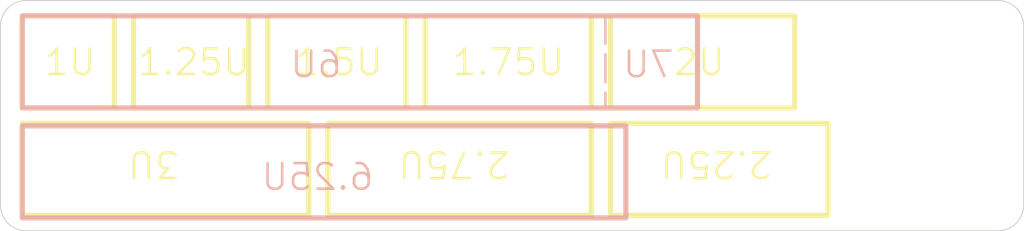
<source format=kicad_pcb>
(kicad_pcb (version 20221018) (generator pcbnew)

  (general
    (thickness 1.6)
  )

  (paper "A4")
  (layers
    (0 "F.Cu" signal)
    (31 "B.Cu" signal)
    (32 "B.Adhes" user "B.Adhesive")
    (33 "F.Adhes" user "F.Adhesive")
    (34 "B.Paste" user)
    (35 "F.Paste" user)
    (36 "B.SilkS" user "B.Silkscreen")
    (37 "F.SilkS" user "F.Silkscreen")
    (38 "B.Mask" user)
    (39 "F.Mask" user)
    (40 "Dwgs.User" user "User.Drawings")
    (41 "Cmts.User" user "User.Comments")
    (42 "Eco1.User" user "User.Eco1")
    (43 "Eco2.User" user "User.Eco2")
    (44 "Edge.Cuts" user)
    (45 "Margin" user)
    (46 "B.CrtYd" user "B.Courtyard")
    (47 "F.CrtYd" user "F.Courtyard")
    (48 "B.Fab" user)
    (49 "F.Fab" user)
    (50 "User.1" user)
    (51 "User.2" user)
    (52 "User.3" user)
    (53 "User.4" user)
    (54 "User.5" user)
    (55 "User.6" user)
    (56 "User.7" user)
    (57 "User.8" user)
    (58 "User.9" user)
  )

  (setup
    (stackup
      (layer "F.SilkS" (type "Top Silk Screen"))
      (layer "F.Paste" (type "Top Solder Paste"))
      (layer "F.Mask" (type "Top Solder Mask") (thickness 0.01))
      (layer "F.Cu" (type "copper") (thickness 0.035))
      (layer "dielectric 1" (type "core") (thickness 1.51) (material "FR4") (epsilon_r 4.5) (loss_tangent 0.02))
      (layer "B.Cu" (type "copper") (thickness 0.035))
      (layer "B.Mask" (type "Bottom Solder Mask") (thickness 0.01))
      (layer "B.Paste" (type "Bottom Solder Paste"))
      (layer "B.SilkS" (type "Bottom Silk Screen"))
      (copper_finish "None")
      (dielectric_constraints no)
    )
    (pad_to_mask_clearance 0)
    (pcbplotparams
      (layerselection 0x00010fc_ffffffff)
      (plot_on_all_layers_selection 0x0000000_00000000)
      (disableapertmacros false)
      (usegerberextensions false)
      (usegerberattributes true)
      (usegerberadvancedattributes true)
      (creategerberjobfile true)
      (dashed_line_dash_ratio 12.000000)
      (dashed_line_gap_ratio 3.000000)
      (svgprecision 4)
      (plotframeref false)
      (viasonmask false)
      (mode 1)
      (useauxorigin false)
      (hpglpennumber 1)
      (hpglpenspeed 20)
      (hpglpendiameter 15.000000)
      (dxfpolygonmode true)
      (dxfimperialunits true)
      (dxfusepcbnewfont true)
      (psnegative false)
      (psa4output false)
      (plotreference true)
      (plotvalue true)
      (plotinvisibletext false)
      (sketchpadsonfab false)
      (subtractmaskfromsilk false)
      (outputformat 1)
      (mirror false)
      (drillshape 1)
      (scaleselection 1)
      (outputdirectory "")
    )
  )

  (net 0 "")

  (gr_rect (start 74.25 63) (end 188.25 81)
    (stroke (width 0.5) (type dash)) (fill none) (layer "B.SilkS") (tstamp 5f7912a3-6083-45ef-bbd7-7e2e3e545959))
  (gr_rect (start 74.25 84.5) (end 192.25 102.5)
    (stroke (width 1) (type solid)) (fill none) (layer "B.SilkS") (tstamp a86d7652-c942-4612-8826-f765cb00257c))
  (gr_rect (start 74.25 63) (end 206.25 81)
    (stroke (width 1) (type solid)) (fill none) (layer "B.SilkS") (tstamp a88d1617-286c-4188-8b2d-2bc4ffa8bff5))
  (gr_rect (start 134 84) (end 185.5 102)
    (stroke (width 1) (type solid)) (fill none) (layer "F.SilkS") (tstamp 142844bd-ef20-498c-8aa6-4e1ec9fb88c8))
  (gr_rect (start 189.25 63) (end 225.25 81)
    (stroke (width 1) (type solid)) (fill none) (layer "F.SilkS") (tstamp 37958632-48ad-404f-80fb-046503d6ef5b))
  (gr_rect (start 96 63) (end 118.5 81)
    (stroke (width 1) (type solid)) (fill none) (layer "F.SilkS") (tstamp 8236244d-b77d-4851-8d77-0bbbecd4409c))
  (gr_rect (start 74.25 63) (end 92.25 81)
    (stroke (width 1) (type solid)) (fill none) (layer "F.SilkS") (tstamp 8910381d-34dd-4234-8f1c-cffeec1fee8e))
  (gr_rect (start 189.25 84) (end 231.75 102)
    (stroke (width 1) (type solid)) (fill none) (layer "F.SilkS") (tstamp d236d7c2-fabd-4377-97a2-f89227eb5ae7))
  (gr_rect (start 122.25 63) (end 149.25 81)
    (stroke (width 1) (type solid)) (fill none) (layer "F.SilkS") (tstamp d7758f6d-b1a3-4fdc-bb5c-87dd13cef51f))
  (gr_rect (start 74.25 84) (end 130.25 102)
    (stroke (width 1) (type solid)) (fill none) (layer "F.SilkS") (tstamp f5183fa0-ee24-451f-8ec1-f397de6ffff5))
  (gr_rect (start 153 63) (end 185.5 81)
    (stroke (width 1) (type solid)) (fill none) (layer "F.SilkS") (tstamp f60c8a5f-044b-48ba-9ca8-0883ebf8fe78))
  (gr_poly
    (pts
      (xy 70.025815 64.48878)
      (xy 70.006506 64.742701)
      (xy 70 65)
      (xy 70 99.999998)
      (xy 70.006506 100.257298)
      (xy 70.025815 100.51122)
      (xy 70.057612 100.761449)
      (xy 70.101583 101.007673)
      (xy 70.157414 101.249577)
      (xy 70.224791 101.486846)
      (xy 70.303399 101.719167)
      (xy 70.392925 101.946225)
      (xy 70.493055 102.167706)
      (xy 70.603474 102.383296)
      (xy 70.723867 102.592681)
      (xy 70.853922 102.795547)
      (xy 70.993323 102.991579)
      (xy 71.141758 103.180463)
      (xy 71.29891 103.361886)
      (xy 71.464467 103.535533)
      (xy 71.638114 103.70109)
      (xy 71.819536 103.858242)
      (xy 72.008421 104.006676)
      (xy 72.204453 104.146077)
      (xy 72.407319 104.276132)
      (xy 72.616704 104.396526)
      (xy 72.832294 104.506944)
      (xy 73.053775 104.607074)
      (xy 73.280833 104.6966)
      (xy 73.513154 104.775208)
      (xy 73.750423 104.842585)
      (xy 73.992326 104.898416)
      (xy 74.23855 104.942387)
      (xy 74.48878 104.974184)
      (xy 74.742701 104.993493)
      (xy 75 104.999998)
      (xy 265.000006 104.999998)
      (xy 265.257306 104.993493)
      (xy 265.511228 104.974184)
      (xy 265.761458 104.942387)
      (xy 266.007682 104.898416)
      (xy 266.249586 104.842585)
      (xy 266.486855 104.775208)
      (xy 266.719176 104.6966)
      (xy 266.946234 104.607074)
      (xy 267.167715 104.506944)
      (xy 267.383305 104.396526)
      (xy 267.59269 104.276132)
      (xy 267.795556 104.146077)
      (xy 267.991588 104.006676)
      (xy 268.180473 103.858242)
      (xy 268.361895 103.70109)
      (xy 268.535542 103.535533)
      (xy 268.701099 103.361886)
      (xy 268.858251 103.180463)
      (xy 269.006685 102.991579)
      (xy 269.146086 102.795547)
      (xy 269.276141 102.592681)
      (xy 269.396534 102.383296)
      (xy 269.506953 102.167706)
      (xy 269.607082 101.946225)
      (xy 269.696608 101.719167)
      (xy 269.775216 101.486846)
      (xy 269.842593 101.249577)
      (xy 269.898424 101.007673)
      (xy 269.942395 100.761449)
      (xy 269.974192 100.51122)
      (xy 269.9935 100.257298)
      (xy 270.000006 99.999998)
      (xy 270.000006 65)
      (xy 269.9935 64.742701)
      (xy 269.974192 64.48878)
      (xy 269.942395 64.23855)
      (xy 269.898424 63.992326)
      (xy 269.842593 63.750423)
      (xy 269.775216 63.513154)
      (xy 269.696608 63.280833)
      (xy 269.607082 63.053775)
      (xy 269.506953 62.832294)
      (xy 269.396534 62.616704)
      (xy 269.276141 62.407319)
      (xy 269.146086 62.204453)
      (xy 269.006685 62.008421)
      (xy 268.858251 61.819536)
      (xy 268.701099 61.638114)
      (xy 268.535542 61.464467)
      (xy 268.361895 61.29891)
      (xy 268.180473 61.141758)
      (xy 267.991588 60.993323)
      (xy 267.795556 60.853922)
      (xy 267.59269 60.723867)
      (xy 267.383305 60.603474)
      (xy 267.167715 60.493055)
      (xy 266.946234 60.392925)
      (xy 266.719176 60.303399)
      (xy 266.486855 60.224791)
      (xy 266.249586 60.157414)
      (xy 266.007682 60.101583)
      (xy 265.761458 60.057612)
      (xy 265.511228 60.025815)
      (xy 265.257306 60.006506)
      (xy 265.000006 60)
      (xy 75 60)
      (xy 74.742701 60.006506)
      (xy 74.48878 60.025815)
      (xy 74.23855 60.057612)
      (xy 73.992326 60.101583)
      (xy 73.750423 60.157414)
      (xy 73.513154 60.224791)
      (xy 73.280833 60.303399)
      (xy 73.053775 60.392925)
      (xy 72.832294 60.493055)
      (xy 72.616704 60.603474)
      (xy 72.407319 60.723867)
      (xy 72.204453 60.853922)
      (xy 72.008421 60.993323)
      (xy 71.819536 61.141758)
      (xy 71.638114 61.29891)
      (xy 71.464467 61.464467)
      (xy 71.29891 61.638114)
      (xy 71.141758 61.819536)
      (xy 70.993323 62.008421)
      (xy 70.853922 62.204453)
      (xy 70.723867 62.407319)
      (xy 70.603474 62.616704)
      (xy 70.493055 62.832294)
      (xy 70.392925 63.053775)
      (xy 70.303399 63.280833)
      (xy 70.224791 63.513154)
      (xy 70.157414 63.750423)
      (xy 70.101583 63.992326)
      (xy 70.057612 64.23855)
    )

    (stroke (width 0.2) (type solid)) (fill none) (layer "Edge.Cuts") (tstamp 5b8a26d9-554e-469d-9815-a647a1f0dd70))
  (gr_text "7U" (at 202 72.5) (layer "B.SilkS") (tstamp 0794a5ef-583e-484e-992c-1162d61f8da3)
    (effects (font (size 5 5) (thickness 0.5)) (justify left mirror))
  )
  (gr_text "6U" (at 137 72.5) (layer "B.SilkS") (tstamp a9149b68-5805-482c-92a4-9246745955a6)
    (effects (font (size 5 5) (thickness 0.5)) (justify left mirror))
  )
  (gr_text "6.25U" (at 143.25 94.5) (layer "B.SilkS") (tstamp df1bfd0a-eb3a-4568-964d-02821ecb1e65)
    (effects (font (size 5 5) (thickness 0.5)) (justify left mirror))
  )
  (gr_text "1.5U" (at 127.25 75) (layer "F.SilkS") (tstamp 21e60a3a-8564-433d-8107-9c471b344610)
    (effects (font (size 5 5) (thickness 0.5)) (justify left bottom))
  )
  (gr_text "1.75U" (at 158 75) (layer "F.SilkS") (tstamp 499c9cbe-1a83-47f0-bcef-aa8a3090e7e5)
    (effects (font (size 5 5) (thickness 0.5)) (justify left bottom))
  )
  (gr_text "1U" (at 78.25 75) (layer "F.SilkS") (tstamp 75ee6fbc-7073-4137-9cb6-ea6e5f3c10f1)
    (effects (font (size 5 5) (thickness 0.5)) (justify left bottom))
  )
  (gr_text "2U" (at 201.25 75) (layer "F.SilkS") (tstamp 7a89db01-6c8f-47bd-ac49-a7331bc870a9)
    (effects (font (size 5 5) (thickness 0.5)) (justify left bottom))
  )
  (gr_text "2.25U" (at 221.25 92 180) (layer "F.SilkS") (tstamp afdc262f-9740-4033-a8f4-30f90346083c)
    (effects (font (size 5 5) (thickness 0.5)) (justify left))
  )
  (gr_text "2.75U" (at 170 92 180) (layer "F.SilkS") (tstamp dd72e637-28f5-445d-984e-aa7e4d535aa0)
    (effects (font (size 5 5) (thickness 0.5)) (justify left))
  )
  (gr_text "3U" (at 105.25 92 180) (layer "F.SilkS") (tstamp eb1df013-f1dd-4137-a67c-73f35d5f25bd)
    (effects (font (size 5 5) (thickness 0.5)) (justify left))
  )
  (gr_text "1.25U" (at 96.5 75) (layer "F.SilkS") (tstamp eff840d4-ed49-4d81-bfc5-8652587ea144)
    (effects (font (size 5 5) (thickness 0.5)) (justify left bottom))
  )

  (group "6.25U" (id 555e0029-dda3-4197-966c-4e6cc8304734)
    (members
      a86d7652-c942-4612-8826-f765cb00257c
      df1bfd0a-eb3a-4568-964d-02821ecb1e65
    )
  )
  (group "6U-7U" (id e0c74c4d-f530-405b-82c5-207b8ae84975)
    (members
      0794a5ef-583e-484e-992c-1162d61f8da3
      5f7912a3-6083-45ef-bbd7-7e2e3e545959
      a88d1617-286c-4188-8b2d-2bc4ffa8bff5
      a9149b68-5805-482c-92a4-9246745955a6
    )
  )
  (group "3U" (id 3690e058-4872-42fd-8ca2-98a9e3884903)
    (members
      eb1df013-f1dd-4137-a67c-73f35d5f25bd
      f5183fa0-ee24-451f-8ec1-f397de6ffff5
    )
  )
  (group "1.25U" (id 5e920624-f12e-4f8e-b402-ceb1dc59771b)
    (members
      8236244d-b77d-4851-8d77-0bbbecd4409c
      eff840d4-ed49-4d81-bfc5-8652587ea144
    )
  )
  (group "1.5U" (id 84ddbfa1-dbc3-473c-aaf3-74325fe86b5f)
    (members
      21e60a3a-8564-433d-8107-9c471b344610
      d7758f6d-b1a3-4fdc-bb5c-87dd13cef51f
    )
  )
  (group "2.25U" (id be346a26-88ad-4ac5-a0c5-46dbb35ee153)
    (members
      afdc262f-9740-4033-a8f4-30f90346083c
      d236d7c2-fabd-4377-97a2-f89227eb5ae7
    )
  )
  (group "2.75U" (id c1854f07-0da1-4af8-85d6-4e7b80d9865c)
    (members
      142844bd-ef20-498c-8aa6-4e1ec9fb88c8
      dd72e637-28f5-445d-984e-aa7e4d535aa0
    )
  )
  (group "2U" (id cc2f169a-8234-4086-915b-1eda71cb8131)
    (members
      37958632-48ad-404f-80fb-046503d6ef5b
      7a89db01-6c8f-47bd-ac49-a7331bc870a9
    )
  )
  (group "1U" (id df52102d-0423-461a-b9d9-059dbae3b001)
    (members
      75ee6fbc-7073-4137-9cb6-ea6e5f3c10f1
      8910381d-34dd-4234-8f1c-cffeec1fee8e
    )
  )
  (group "1.75U" (id f0978854-e152-4796-9bc5-a49b6b6b2167)
    (members
      499c9cbe-1a83-47f0-bcef-aa8a3090e7e5
      f60c8a5f-044b-48ba-9ca8-0883ebf8fe78
    )
  )
)

</source>
